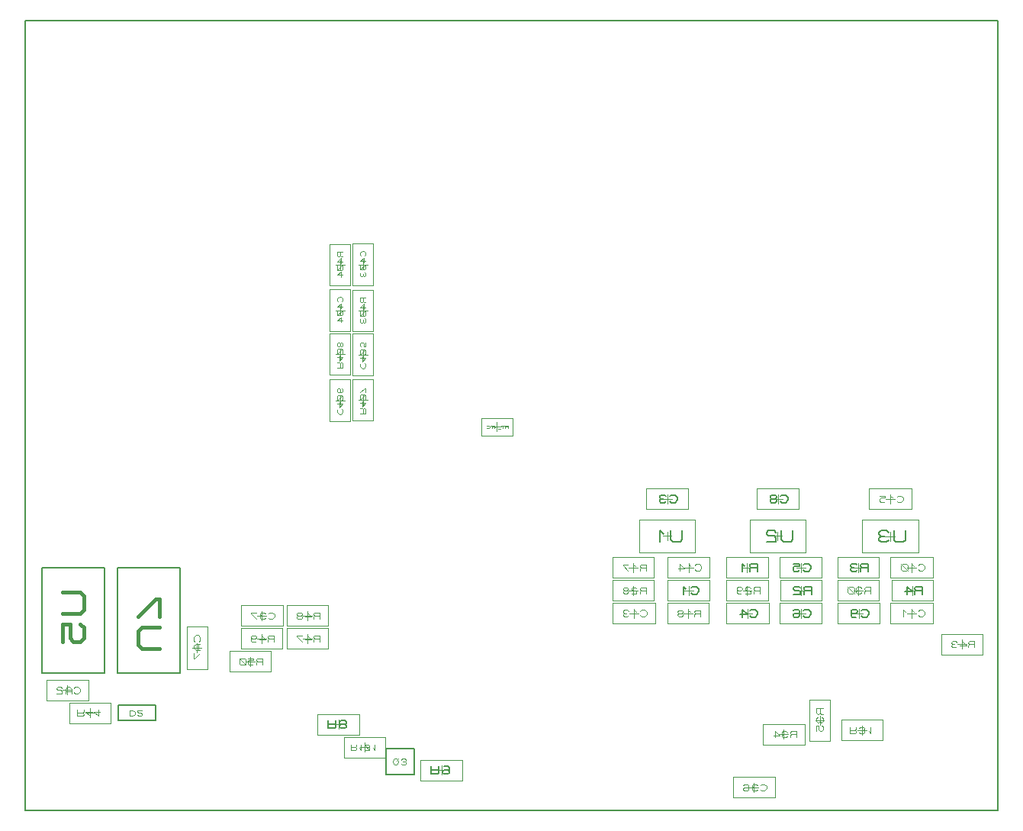
<source format=gbr>
G04 PROTEUS GERBER X2 FILE*
%TF.GenerationSoftware,Labcenter,Proteus,8.7-SP3-Build25561*%
%TF.CreationDate,2021-07-01T20:15:02+00:00*%
%TF.FileFunction,AssemblyDrawing,Bot*%
%TF.FilePolarity,Positive*%
%TF.Part,Single*%
%TF.SameCoordinates,{0ff4b75a-929f-468c-805a-ac40d57636d7}*%
%FSLAX45Y45*%
%MOMM*%
G01*
%TA.AperFunction,Profile*%
%ADD39C,0.203200*%
%TA.AperFunction,Material*%
%ADD114C,0.050000*%
%ADD126C,0.095000*%
%ADD121C,0.093000*%
%ADD43C,0.203200*%
%ADD112C,0.389040*%
%ADD119C,0.118750*%
%ADD139C,0.208330*%
%ADD127C,0.141000*%
%ADD115C,0.116250*%
%ADD140C,0.100580*%
%ADD141C,0.050710*%
%ADD128C,0.103290*%
%TD.AperFunction*%
D39*
X-1079500Y-6413500D02*
X+9715500Y-6413500D01*
X+9715500Y+2349500D01*
X-1079500Y+2349500D01*
X-1079500Y-6413500D01*
D114*
X+2528000Y-631000D02*
X+2528000Y-1101000D01*
X+2298000Y-1101000D01*
X+2298000Y-631000D01*
X+2528000Y-631000D01*
X+2363000Y-866000D02*
X+2463000Y-866000D01*
X+2413000Y-916000D02*
X+2413000Y-816000D01*
D126*
X+2432000Y-771000D02*
X+2441500Y-761500D01*
X+2441500Y-733000D01*
X+2422500Y-714000D01*
X+2403500Y-714000D01*
X+2384500Y-733000D01*
X+2384500Y-761500D01*
X+2394000Y-771000D01*
X+2422500Y-847000D02*
X+2422500Y-790000D01*
X+2384500Y-828000D01*
X+2441500Y-828000D01*
X+2432000Y-866000D02*
X+2394000Y-866000D01*
X+2384500Y-875500D01*
X+2384500Y-913500D01*
X+2394000Y-923000D01*
X+2432000Y-923000D01*
X+2441500Y-913500D01*
X+2441500Y-875500D01*
X+2432000Y-866000D01*
X+2441500Y-866000D02*
X+2384500Y-923000D01*
X+2422500Y-999000D02*
X+2422500Y-942000D01*
X+2384500Y-980000D01*
X+2441500Y-980000D01*
D114*
X+2528000Y-133000D02*
X+2528000Y-593000D01*
X+2298000Y-593000D01*
X+2298000Y-133000D01*
X+2528000Y-133000D01*
X+2363000Y-363000D02*
X+2463000Y-363000D01*
X+2413000Y-413000D02*
X+2413000Y-313000D01*
D121*
X+2440900Y-214200D02*
X+2385100Y-214200D01*
X+2385100Y-260700D01*
X+2394400Y-270000D01*
X+2403700Y-270000D01*
X+2413000Y-260700D01*
X+2413000Y-214200D01*
X+2413000Y-260700D02*
X+2422300Y-270000D01*
X+2440900Y-270000D01*
X+2422300Y-344400D02*
X+2422300Y-288600D01*
X+2385100Y-325800D01*
X+2440900Y-325800D01*
X+2431600Y-363000D02*
X+2394400Y-363000D01*
X+2385100Y-372300D01*
X+2385100Y-409500D01*
X+2394400Y-418800D01*
X+2431600Y-418800D01*
X+2440900Y-409500D01*
X+2440900Y-372300D01*
X+2431600Y-363000D01*
X+2440900Y-363000D02*
X+2385100Y-418800D01*
X+2422300Y-493200D02*
X+2422300Y-437400D01*
X+2385100Y-474600D01*
X+2440900Y-474600D01*
D114*
X+2782000Y-123000D02*
X+2782000Y-593000D01*
X+2552000Y-593000D01*
X+2552000Y-123000D01*
X+2782000Y-123000D01*
X+2617000Y-358000D02*
X+2717000Y-358000D01*
X+2667000Y-408000D02*
X+2667000Y-308000D01*
D126*
X+2686000Y-263000D02*
X+2695500Y-253500D01*
X+2695500Y-225000D01*
X+2676500Y-206000D01*
X+2657500Y-206000D01*
X+2638500Y-225000D01*
X+2638500Y-253500D01*
X+2648000Y-263000D01*
X+2676500Y-339000D02*
X+2676500Y-282000D01*
X+2638500Y-320000D01*
X+2695500Y-320000D01*
X+2686000Y-358000D02*
X+2648000Y-358000D01*
X+2638500Y-367500D01*
X+2638500Y-405500D01*
X+2648000Y-415000D01*
X+2686000Y-415000D01*
X+2695500Y-405500D01*
X+2695500Y-367500D01*
X+2686000Y-358000D01*
X+2695500Y-358000D02*
X+2638500Y-415000D01*
X+2648000Y-443500D02*
X+2638500Y-453000D01*
X+2638500Y-481500D01*
X+2648000Y-491000D01*
X+2657500Y-491000D01*
X+2667000Y-481500D01*
X+2676500Y-491000D01*
X+2686000Y-491000D01*
X+2695500Y-481500D01*
X+2695500Y-453000D01*
X+2686000Y-443500D01*
X+2667000Y-462500D02*
X+2667000Y-481500D01*
D114*
X+2782000Y-641000D02*
X+2782000Y-1101000D01*
X+2552000Y-1101000D01*
X+2552000Y-641000D01*
X+2782000Y-641000D01*
X+2617000Y-871000D02*
X+2717000Y-871000D01*
X+2667000Y-921000D02*
X+2667000Y-821000D01*
D121*
X+2694900Y-722200D02*
X+2639100Y-722200D01*
X+2639100Y-768700D01*
X+2648400Y-778000D01*
X+2657700Y-778000D01*
X+2667000Y-768700D01*
X+2667000Y-722200D01*
X+2667000Y-768700D02*
X+2676300Y-778000D01*
X+2694900Y-778000D01*
X+2676300Y-852400D02*
X+2676300Y-796600D01*
X+2639100Y-833800D01*
X+2694900Y-833800D01*
X+2685600Y-871000D02*
X+2648400Y-871000D01*
X+2639100Y-880300D01*
X+2639100Y-917500D01*
X+2648400Y-926800D01*
X+2685600Y-926800D01*
X+2694900Y-917500D01*
X+2694900Y-880300D01*
X+2685600Y-871000D01*
X+2694900Y-871000D02*
X+2639100Y-926800D01*
X+2648400Y-954700D02*
X+2639100Y-964000D01*
X+2639100Y-991900D01*
X+2648400Y-1001200D01*
X+2657700Y-1001200D01*
X+2667000Y-991900D01*
X+2676300Y-1001200D01*
X+2685600Y-1001200D01*
X+2694900Y-991900D01*
X+2694900Y-964000D01*
X+2685600Y-954700D01*
X+2667000Y-973300D02*
X+2667000Y-991900D01*
D43*
X-895350Y-4889500D02*
X-196850Y-4889500D01*
X-196850Y-3722370D01*
X-895350Y-3722370D01*
X-895350Y-4889500D01*
D112*
X-662813Y-3994701D02*
X-468291Y-3994701D01*
X-429387Y-4033605D01*
X-429387Y-4189222D01*
X-468291Y-4228126D01*
X-662813Y-4228126D01*
X-662813Y-4539360D02*
X-662813Y-4344839D01*
X-585004Y-4344839D01*
X-585004Y-4500456D01*
X-546100Y-4539360D01*
X-468291Y-4539360D01*
X-429387Y-4500456D01*
X-429387Y-4383743D01*
X-468291Y-4344839D01*
D43*
X-57150Y-4889500D02*
X+641350Y-4889500D01*
X+641350Y-3722370D01*
X-57150Y-3722370D01*
X-57150Y-4889500D01*
D112*
X+408813Y-4617169D02*
X+214291Y-4617169D01*
X+175387Y-4578265D01*
X+175387Y-4422648D01*
X+214291Y-4383744D01*
X+408813Y-4383744D01*
X+408813Y-4267031D02*
X+408813Y-4072510D01*
X+369909Y-4072510D01*
X+175387Y-4267031D01*
D114*
X-377000Y-5195000D02*
X-847000Y-5195000D01*
X-847000Y-4965000D01*
X-377000Y-4965000D01*
X-377000Y-5195000D01*
X-612000Y-5030000D02*
X-612000Y-5130000D01*
X-662000Y-5080000D02*
X-562000Y-5080000D01*
D119*
X-540750Y-5103750D02*
X-528875Y-5115625D01*
X-493250Y-5115625D01*
X-469500Y-5091875D01*
X-469500Y-5068125D01*
X-493250Y-5044375D01*
X-528875Y-5044375D01*
X-540750Y-5056250D01*
X-564500Y-5115625D02*
X-564500Y-5068125D01*
X-588250Y-5044375D01*
X-612000Y-5044375D01*
X-635750Y-5068125D01*
X-635750Y-5115625D01*
X-564500Y-5091875D02*
X-635750Y-5091875D01*
X-671375Y-5056250D02*
X-683250Y-5044375D01*
X-718875Y-5044375D01*
X-730750Y-5056250D01*
X-730750Y-5068125D01*
X-718875Y-5080000D01*
X-683250Y-5080000D01*
X-671375Y-5091875D01*
X-671375Y-5115625D01*
X-730750Y-5115625D01*
D114*
X+710500Y-4847500D02*
X+710500Y-4377500D01*
X+940500Y-4377500D01*
X+940500Y-4847500D01*
X+710500Y-4847500D01*
X+875500Y-4612500D02*
X+775500Y-4612500D01*
X+825500Y-4562500D02*
X+825500Y-4662500D01*
D119*
X+849250Y-4541250D02*
X+861125Y-4529375D01*
X+861125Y-4493750D01*
X+837375Y-4470000D01*
X+813625Y-4470000D01*
X+789875Y-4493750D01*
X+789875Y-4529375D01*
X+801750Y-4541250D01*
X+861125Y-4565000D02*
X+813625Y-4565000D01*
X+789875Y-4588750D01*
X+789875Y-4612500D01*
X+813625Y-4636250D01*
X+861125Y-4636250D01*
X+837375Y-4565000D02*
X+837375Y-4636250D01*
X+789875Y-4671875D02*
X+789875Y-4731250D01*
X+801750Y-4731250D01*
X+861125Y-4671875D01*
D114*
X+2782000Y-1121500D02*
X+2782000Y-1591500D01*
X+2552000Y-1591500D01*
X+2552000Y-1121500D01*
X+2782000Y-1121500D01*
X+2617000Y-1356500D02*
X+2717000Y-1356500D01*
X+2667000Y-1406500D02*
X+2667000Y-1306500D01*
D126*
X+2648000Y-1451500D02*
X+2638500Y-1461000D01*
X+2638500Y-1489500D01*
X+2657500Y-1508500D01*
X+2676500Y-1508500D01*
X+2695500Y-1489500D01*
X+2695500Y-1461000D01*
X+2686000Y-1451500D01*
X+2657500Y-1375500D02*
X+2657500Y-1432500D01*
X+2695500Y-1394500D01*
X+2638500Y-1394500D01*
X+2648000Y-1356500D02*
X+2686000Y-1356500D01*
X+2695500Y-1347000D01*
X+2695500Y-1309000D01*
X+2686000Y-1299500D01*
X+2648000Y-1299500D01*
X+2638500Y-1309000D01*
X+2638500Y-1347000D01*
X+2648000Y-1356500D01*
X+2638500Y-1356500D02*
X+2695500Y-1299500D01*
X+2695500Y-1223500D02*
X+2695500Y-1271000D01*
X+2676500Y-1271000D01*
X+2676500Y-1233000D01*
X+2667000Y-1223500D01*
X+2648000Y-1223500D01*
X+2638500Y-1233000D01*
X+2638500Y-1261500D01*
X+2648000Y-1271000D01*
D114*
X+2528000Y-1629500D02*
X+2528000Y-2099500D01*
X+2298000Y-2099500D01*
X+2298000Y-1629500D01*
X+2528000Y-1629500D01*
X+2363000Y-1864500D02*
X+2463000Y-1864500D01*
X+2413000Y-1914500D02*
X+2413000Y-1814500D01*
D126*
X+2394000Y-1959500D02*
X+2384500Y-1969000D01*
X+2384500Y-1997500D01*
X+2403500Y-2016500D01*
X+2422500Y-2016500D01*
X+2441500Y-1997500D01*
X+2441500Y-1969000D01*
X+2432000Y-1959500D01*
X+2403500Y-1883500D02*
X+2403500Y-1940500D01*
X+2441500Y-1902500D01*
X+2384500Y-1902500D01*
X+2394000Y-1864500D02*
X+2432000Y-1864500D01*
X+2441500Y-1855000D01*
X+2441500Y-1817000D01*
X+2432000Y-1807500D01*
X+2394000Y-1807500D01*
X+2384500Y-1817000D01*
X+2384500Y-1855000D01*
X+2394000Y-1864500D01*
X+2384500Y-1864500D02*
X+2441500Y-1807500D01*
X+2432000Y-1731500D02*
X+2441500Y-1741000D01*
X+2441500Y-1769500D01*
X+2432000Y-1779000D01*
X+2394000Y-1779000D01*
X+2384500Y-1769500D01*
X+2384500Y-1741000D01*
X+2394000Y-1731500D01*
X+2403500Y-1731500D01*
X+2413000Y-1741000D01*
X+2413000Y-1779000D01*
D114*
X+2782000Y-1629500D02*
X+2782000Y-2089500D01*
X+2552000Y-2089500D01*
X+2552000Y-1629500D01*
X+2782000Y-1629500D01*
X+2617000Y-1859500D02*
X+2717000Y-1859500D01*
X+2667000Y-1909500D02*
X+2667000Y-1809500D01*
D121*
X+2639100Y-2008300D02*
X+2694900Y-2008300D01*
X+2694900Y-1961800D01*
X+2685600Y-1952500D01*
X+2676300Y-1952500D01*
X+2667000Y-1961800D01*
X+2667000Y-2008300D01*
X+2667000Y-1961800D02*
X+2657700Y-1952500D01*
X+2639100Y-1952500D01*
X+2657700Y-1878100D02*
X+2657700Y-1933900D01*
X+2694900Y-1896700D01*
X+2639100Y-1896700D01*
X+2648400Y-1859500D02*
X+2685600Y-1859500D01*
X+2694900Y-1850200D01*
X+2694900Y-1813000D01*
X+2685600Y-1803700D01*
X+2648400Y-1803700D01*
X+2639100Y-1813000D01*
X+2639100Y-1850200D01*
X+2648400Y-1859500D01*
X+2639100Y-1859500D02*
X+2694900Y-1803700D01*
X+2694900Y-1775800D02*
X+2694900Y-1729300D01*
X+2685600Y-1729300D01*
X+2639100Y-1775800D01*
D114*
X+2528000Y-1121500D02*
X+2528000Y-1581500D01*
X+2298000Y-1581500D01*
X+2298000Y-1121500D01*
X+2528000Y-1121500D01*
X+2363000Y-1351500D02*
X+2463000Y-1351500D01*
X+2413000Y-1401500D02*
X+2413000Y-1301500D01*
D121*
X+2385100Y-1500300D02*
X+2440900Y-1500300D01*
X+2440900Y-1453800D01*
X+2431600Y-1444500D01*
X+2422300Y-1444500D01*
X+2413000Y-1453800D01*
X+2413000Y-1500300D01*
X+2413000Y-1453800D02*
X+2403700Y-1444500D01*
X+2385100Y-1444500D01*
X+2403700Y-1370100D02*
X+2403700Y-1425900D01*
X+2440900Y-1388700D01*
X+2385100Y-1388700D01*
X+2394400Y-1351500D02*
X+2431600Y-1351500D01*
X+2440900Y-1342200D01*
X+2440900Y-1305000D01*
X+2431600Y-1295700D01*
X+2394400Y-1295700D01*
X+2385100Y-1305000D01*
X+2385100Y-1342200D01*
X+2394400Y-1351500D01*
X+2385100Y-1351500D02*
X+2440900Y-1295700D01*
X+2413000Y-1258500D02*
X+2422300Y-1267800D01*
X+2431600Y-1267800D01*
X+2440900Y-1258500D01*
X+2440900Y-1230600D01*
X+2431600Y-1221300D01*
X+2422300Y-1221300D01*
X+2413000Y-1230600D01*
X+2413000Y-1258500D01*
X+2403700Y-1267800D01*
X+2394400Y-1267800D01*
X+2385100Y-1258500D01*
X+2385100Y-1230600D01*
X+2394400Y-1221300D01*
X+2403700Y-1221300D01*
X+2413000Y-1230600D01*
D114*
X+6354000Y-3550902D02*
X+5734000Y-3550902D01*
X+5734000Y-3190902D01*
X+6354000Y-3190902D01*
X+6354000Y-3550902D01*
X+6044000Y-3320902D02*
X+6044000Y-3420902D01*
X+5994000Y-3370902D02*
X+6094000Y-3370902D01*
D139*
X+6210666Y-3308402D02*
X+6210666Y-3412569D01*
X+6189833Y-3433402D01*
X+6106500Y-3433402D01*
X+6085667Y-3412569D01*
X+6085667Y-3308402D01*
X+6002334Y-3350069D02*
X+5960667Y-3308402D01*
X+5960667Y-3433402D01*
D114*
X+7581107Y-3550533D02*
X+6961107Y-3550533D01*
X+6961107Y-3190533D01*
X+7581107Y-3190533D01*
X+7581107Y-3550533D01*
X+7271107Y-3320533D02*
X+7271107Y-3420533D01*
X+7221107Y-3370533D02*
X+7321107Y-3370533D01*
D139*
X+7437773Y-3308033D02*
X+7437773Y-3412200D01*
X+7416940Y-3433033D01*
X+7333607Y-3433033D01*
X+7312774Y-3412200D01*
X+7312774Y-3308033D01*
X+7250274Y-3328866D02*
X+7229441Y-3308033D01*
X+7166941Y-3308033D01*
X+7146108Y-3328866D01*
X+7146108Y-3349700D01*
X+7166941Y-3370533D01*
X+7229441Y-3370533D01*
X+7250274Y-3391366D01*
X+7250274Y-3433033D01*
X+7146108Y-3433033D01*
D114*
X+8830869Y-3552033D02*
X+8210869Y-3552033D01*
X+8210869Y-3192033D01*
X+8830869Y-3192033D01*
X+8830869Y-3552033D01*
X+8520869Y-3322033D02*
X+8520869Y-3422033D01*
X+8470869Y-3372033D02*
X+8570869Y-3372033D01*
D139*
X+8687535Y-3309533D02*
X+8687535Y-3413700D01*
X+8666702Y-3434533D01*
X+8583369Y-3434533D01*
X+8562536Y-3413700D01*
X+8562536Y-3309533D01*
X+8500036Y-3330366D02*
X+8479203Y-3309533D01*
X+8416703Y-3309533D01*
X+8395870Y-3330366D01*
X+8395870Y-3351200D01*
X+8416703Y-3372033D01*
X+8395870Y-3392866D01*
X+8395870Y-3413700D01*
X+8416703Y-3434533D01*
X+8479203Y-3434533D01*
X+8500036Y-3413700D01*
X+8458370Y-3372033D02*
X+8416703Y-3372033D01*
D114*
X+6280500Y-3072402D02*
X+5810500Y-3072402D01*
X+5810500Y-2842402D01*
X+6280500Y-2842402D01*
X+6280500Y-3072402D01*
X+6045500Y-2907402D02*
X+6045500Y-3007402D01*
X+5995500Y-2957402D02*
X+6095500Y-2957402D01*
D127*
X+6073700Y-2985602D02*
X+6087800Y-2999702D01*
X+6130100Y-2999702D01*
X+6158300Y-2971502D01*
X+6158300Y-2943302D01*
X+6130100Y-2915102D01*
X+6087800Y-2915102D01*
X+6073700Y-2929202D01*
X+6031400Y-2929202D02*
X+6017300Y-2915102D01*
X+5975000Y-2915102D01*
X+5960900Y-2929202D01*
X+5960900Y-2943302D01*
X+5975000Y-2957402D01*
X+5960900Y-2971502D01*
X+5960900Y-2985602D01*
X+5975000Y-2999702D01*
X+6017300Y-2999702D01*
X+6031400Y-2985602D01*
X+6003200Y-2957402D02*
X+5975000Y-2957402D01*
D114*
X+7507607Y-3072033D02*
X+7037607Y-3072033D01*
X+7037607Y-2842033D01*
X+7507607Y-2842033D01*
X+7507607Y-3072033D01*
X+7272607Y-2907033D02*
X+7272607Y-3007033D01*
X+7222607Y-2957033D02*
X+7322607Y-2957033D01*
D127*
X+7300807Y-2985233D02*
X+7314907Y-2999333D01*
X+7357207Y-2999333D01*
X+7385407Y-2971133D01*
X+7385407Y-2942933D01*
X+7357207Y-2914733D01*
X+7314907Y-2914733D01*
X+7300807Y-2928833D01*
X+7244407Y-2957033D02*
X+7258507Y-2942933D01*
X+7258507Y-2928833D01*
X+7244407Y-2914733D01*
X+7202107Y-2914733D01*
X+7188007Y-2928833D01*
X+7188007Y-2942933D01*
X+7202107Y-2957033D01*
X+7244407Y-2957033D01*
X+7258507Y-2971133D01*
X+7258507Y-2985233D01*
X+7244407Y-2999333D01*
X+7202107Y-2999333D01*
X+7188007Y-2985233D01*
X+7188007Y-2971133D01*
X+7202107Y-2957033D01*
D114*
X+8757369Y-3073533D02*
X+8287369Y-3073533D01*
X+8287369Y-2843533D01*
X+8757369Y-2843533D01*
X+8757369Y-3073533D01*
X+8522369Y-2908533D02*
X+8522369Y-3008533D01*
X+8472369Y-2958533D02*
X+8572369Y-2958533D01*
D119*
X+8593619Y-2982283D02*
X+8605494Y-2994158D01*
X+8641119Y-2994158D01*
X+8664869Y-2970408D01*
X+8664869Y-2946658D01*
X+8641119Y-2922908D01*
X+8605494Y-2922908D01*
X+8593619Y-2934783D01*
X+8546119Y-2946658D02*
X+8522369Y-2922908D01*
X+8522369Y-2994158D01*
X+8403619Y-2922908D02*
X+8462994Y-2922908D01*
X+8462994Y-2946658D01*
X+8415494Y-2946658D01*
X+8403619Y-2958533D01*
X+8403619Y-2982283D01*
X+8415494Y-2994158D01*
X+8451119Y-2994158D01*
X+8462994Y-2982283D01*
D114*
X+6517000Y-3834402D02*
X+6047000Y-3834402D01*
X+6047000Y-3604402D01*
X+6517000Y-3604402D01*
X+6517000Y-3834402D01*
X+6282000Y-3669402D02*
X+6282000Y-3769402D01*
X+6232000Y-3719402D02*
X+6332000Y-3719402D01*
D119*
X+6353250Y-3743152D02*
X+6365125Y-3755027D01*
X+6400750Y-3755027D01*
X+6424500Y-3731277D01*
X+6424500Y-3707527D01*
X+6400750Y-3683777D01*
X+6365125Y-3683777D01*
X+6353250Y-3695652D01*
X+6305750Y-3707527D02*
X+6282000Y-3683777D01*
X+6282000Y-3755027D01*
X+6163250Y-3731277D02*
X+6234500Y-3731277D01*
X+6187000Y-3683777D01*
X+6187000Y-3755027D01*
D114*
X+7761607Y-3834033D02*
X+7291607Y-3834033D01*
X+7291607Y-3604033D01*
X+7761607Y-3604033D01*
X+7761607Y-3834033D01*
X+7526607Y-3669033D02*
X+7526607Y-3769033D01*
X+7476607Y-3719033D02*
X+7576607Y-3719033D01*
D127*
X+7554807Y-3747233D02*
X+7568907Y-3761333D01*
X+7611207Y-3761333D01*
X+7639407Y-3733133D01*
X+7639407Y-3704933D01*
X+7611207Y-3676733D01*
X+7568907Y-3676733D01*
X+7554807Y-3690833D01*
X+7442007Y-3676733D02*
X+7512507Y-3676733D01*
X+7512507Y-3704933D01*
X+7456107Y-3704933D01*
X+7442007Y-3719033D01*
X+7442007Y-3747233D01*
X+7456107Y-3761333D01*
X+7498407Y-3761333D01*
X+7512507Y-3747233D01*
D114*
X+8993869Y-3834033D02*
X+8523869Y-3834033D01*
X+8523869Y-3604033D01*
X+8993869Y-3604033D01*
X+8993869Y-3834033D01*
X+8758869Y-3669033D02*
X+8758869Y-3769033D01*
X+8708869Y-3719033D02*
X+8808869Y-3719033D01*
D119*
X+8830119Y-3742783D02*
X+8841994Y-3754658D01*
X+8877619Y-3754658D01*
X+8901369Y-3730908D01*
X+8901369Y-3707158D01*
X+8877619Y-3683408D01*
X+8841994Y-3683408D01*
X+8830119Y-3695283D01*
X+8782619Y-3707158D02*
X+8758869Y-3683408D01*
X+8758869Y-3754658D01*
X+8711369Y-3742783D02*
X+8711369Y-3695283D01*
X+8699494Y-3683408D01*
X+8651994Y-3683408D01*
X+8640119Y-3695283D01*
X+8640119Y-3742783D01*
X+8651994Y-3754658D01*
X+8699494Y-3754658D01*
X+8711369Y-3742783D01*
X+8711369Y-3754658D02*
X+8640119Y-3683408D01*
D114*
X+6517000Y-4088402D02*
X+6047000Y-4088402D01*
X+6047000Y-3858402D01*
X+6517000Y-3858402D01*
X+6517000Y-4088402D01*
X+6282000Y-3923402D02*
X+6282000Y-4023402D01*
X+6232000Y-3973402D02*
X+6332000Y-3973402D01*
D127*
X+6310200Y-4001602D02*
X+6324300Y-4015702D01*
X+6366600Y-4015702D01*
X+6394800Y-3987502D01*
X+6394800Y-3959302D01*
X+6366600Y-3931102D01*
X+6324300Y-3931102D01*
X+6310200Y-3945202D01*
X+6253800Y-3959302D02*
X+6225600Y-3931102D01*
X+6225600Y-4015702D01*
D114*
X+5909500Y-4342402D02*
X+5439500Y-4342402D01*
X+5439500Y-4112402D01*
X+5909500Y-4112402D01*
X+5909500Y-4342402D01*
X+5674500Y-4177402D02*
X+5674500Y-4277402D01*
X+5624500Y-4227402D02*
X+5724500Y-4227402D01*
D119*
X+5745750Y-4251152D02*
X+5757625Y-4263027D01*
X+5793250Y-4263027D01*
X+5817000Y-4239277D01*
X+5817000Y-4215527D01*
X+5793250Y-4191777D01*
X+5757625Y-4191777D01*
X+5745750Y-4203652D01*
X+5698250Y-4215527D02*
X+5674500Y-4191777D01*
X+5674500Y-4263027D01*
X+5615125Y-4203652D02*
X+5603250Y-4191777D01*
X+5567625Y-4191777D01*
X+5555750Y-4203652D01*
X+5555750Y-4215527D01*
X+5567625Y-4227402D01*
X+5555750Y-4239277D01*
X+5555750Y-4251152D01*
X+5567625Y-4263027D01*
X+5603250Y-4263027D01*
X+5615125Y-4251152D01*
X+5591375Y-4227402D02*
X+5567625Y-4227402D01*
D114*
X+5439500Y-3604402D02*
X+5899500Y-3604402D01*
X+5899500Y-3834402D01*
X+5439500Y-3834402D01*
X+5439500Y-3604402D01*
X+5669500Y-3769402D02*
X+5669500Y-3669402D01*
X+5719500Y-3719402D02*
X+5619500Y-3719402D01*
D115*
X+5809000Y-3754277D02*
X+5809000Y-3684527D01*
X+5750875Y-3684527D01*
X+5739250Y-3696152D01*
X+5739250Y-3707777D01*
X+5750875Y-3719402D01*
X+5809000Y-3719402D01*
X+5750875Y-3719402D02*
X+5739250Y-3731027D01*
X+5739250Y-3754277D01*
X+5692750Y-3707777D02*
X+5669500Y-3684527D01*
X+5669500Y-3754277D01*
X+5611375Y-3684527D02*
X+5553250Y-3684527D01*
X+5553250Y-3696152D01*
X+5611375Y-3754277D01*
D114*
X+6507000Y-4342402D02*
X+6047000Y-4342402D01*
X+6047000Y-4112402D01*
X+6507000Y-4112402D01*
X+6507000Y-4342402D01*
X+6277000Y-4177402D02*
X+6277000Y-4277402D01*
X+6227000Y-4227402D02*
X+6327000Y-4227402D01*
D115*
X+6416500Y-4262277D02*
X+6416500Y-4192527D01*
X+6358375Y-4192527D01*
X+6346750Y-4204152D01*
X+6346750Y-4215777D01*
X+6358375Y-4227402D01*
X+6416500Y-4227402D01*
X+6358375Y-4227402D02*
X+6346750Y-4239027D01*
X+6346750Y-4262277D01*
X+6300250Y-4215777D02*
X+6277000Y-4192527D01*
X+6277000Y-4262277D01*
X+6207250Y-4227402D02*
X+6218875Y-4215777D01*
X+6218875Y-4204152D01*
X+6207250Y-4192527D01*
X+6172375Y-4192527D01*
X+6160750Y-4204152D01*
X+6160750Y-4215777D01*
X+6172375Y-4227402D01*
X+6207250Y-4227402D01*
X+6218875Y-4239027D01*
X+6218875Y-4250652D01*
X+6207250Y-4262277D01*
X+6172375Y-4262277D01*
X+6160750Y-4250652D01*
X+6160750Y-4239027D01*
X+6172375Y-4227402D01*
D114*
X+5899500Y-4088402D02*
X+5439500Y-4088402D01*
X+5439500Y-3858402D01*
X+5899500Y-3858402D01*
X+5899500Y-4088402D01*
X+5669500Y-3923402D02*
X+5669500Y-4023402D01*
X+5619500Y-3973402D02*
X+5719500Y-3973402D01*
D115*
X+5809000Y-4008277D02*
X+5809000Y-3938527D01*
X+5750875Y-3938527D01*
X+5739250Y-3950152D01*
X+5739250Y-3961777D01*
X+5750875Y-3973402D01*
X+5809000Y-3973402D01*
X+5750875Y-3973402D02*
X+5739250Y-3985027D01*
X+5739250Y-4008277D01*
X+5704375Y-3950152D02*
X+5692750Y-3938527D01*
X+5657875Y-3938527D01*
X+5646250Y-3950152D01*
X+5646250Y-3961777D01*
X+5657875Y-3973402D01*
X+5692750Y-3973402D01*
X+5704375Y-3985027D01*
X+5704375Y-4008277D01*
X+5646250Y-4008277D01*
X+5599750Y-3973402D02*
X+5611375Y-3961777D01*
X+5611375Y-3950152D01*
X+5599750Y-3938527D01*
X+5564875Y-3938527D01*
X+5553250Y-3950152D01*
X+5553250Y-3961777D01*
X+5564875Y-3973402D01*
X+5599750Y-3973402D01*
X+5611375Y-3985027D01*
X+5611375Y-3996652D01*
X+5599750Y-4008277D01*
X+5564875Y-4008277D01*
X+5553250Y-3996652D01*
X+5553250Y-3985027D01*
X+5564875Y-3973402D01*
D114*
X+6702607Y-3604033D02*
X+7162607Y-3604033D01*
X+7162607Y-3834033D01*
X+6702607Y-3834033D01*
X+6702607Y-3604033D01*
X+6932607Y-3769033D02*
X+6932607Y-3669033D01*
X+6982607Y-3719033D02*
X+6882607Y-3719033D01*
D127*
X+7045407Y-3761333D02*
X+7045407Y-3676733D01*
X+6974907Y-3676733D01*
X+6960807Y-3690833D01*
X+6960807Y-3704933D01*
X+6974907Y-3719033D01*
X+7045407Y-3719033D01*
X+6974907Y-3719033D02*
X+6960807Y-3733133D01*
X+6960807Y-3761333D01*
X+6904407Y-3704933D02*
X+6876207Y-3676733D01*
X+6876207Y-3761333D01*
D114*
X+7761607Y-4088033D02*
X+7301607Y-4088033D01*
X+7301607Y-3858033D01*
X+7761607Y-3858033D01*
X+7761607Y-4088033D01*
X+7531607Y-3923033D02*
X+7531607Y-4023033D01*
X+7481607Y-3973033D02*
X+7581607Y-3973033D01*
D127*
X+7644407Y-4015333D02*
X+7644407Y-3930733D01*
X+7573907Y-3930733D01*
X+7559807Y-3944833D01*
X+7559807Y-3958933D01*
X+7573907Y-3973033D01*
X+7644407Y-3973033D01*
X+7573907Y-3973033D02*
X+7559807Y-3987133D01*
X+7559807Y-4015333D01*
X+7517507Y-3944833D02*
X+7503407Y-3930733D01*
X+7461107Y-3930733D01*
X+7447007Y-3944833D01*
X+7447007Y-3958933D01*
X+7461107Y-3973033D01*
X+7503407Y-3973033D01*
X+7517507Y-3987133D01*
X+7517507Y-4015333D01*
X+7447007Y-4015333D01*
D114*
X+7162607Y-4088033D02*
X+6702607Y-4088033D01*
X+6702607Y-3858033D01*
X+7162607Y-3858033D01*
X+7162607Y-4088033D01*
X+6932607Y-3923033D02*
X+6932607Y-4023033D01*
X+6882607Y-3973033D02*
X+6982607Y-3973033D01*
D115*
X+7072107Y-4007908D02*
X+7072107Y-3938158D01*
X+7013982Y-3938158D01*
X+7002357Y-3949783D01*
X+7002357Y-3961408D01*
X+7013982Y-3973033D01*
X+7072107Y-3973033D01*
X+7013982Y-3973033D02*
X+7002357Y-3984658D01*
X+7002357Y-4007908D01*
X+6967482Y-3949783D02*
X+6955857Y-3938158D01*
X+6920982Y-3938158D01*
X+6909357Y-3949783D01*
X+6909357Y-3961408D01*
X+6920982Y-3973033D01*
X+6955857Y-3973033D01*
X+6967482Y-3984658D01*
X+6967482Y-4007908D01*
X+6909357Y-4007908D01*
X+6816357Y-3961408D02*
X+6827982Y-3973033D01*
X+6862857Y-3973033D01*
X+6874482Y-3961408D01*
X+6874482Y-3949783D01*
X+6862857Y-3938158D01*
X+6827982Y-3938158D01*
X+6816357Y-3949783D01*
X+6816357Y-3996283D01*
X+6827982Y-4007908D01*
X+6862857Y-4007908D01*
D114*
X+7934869Y-3604033D02*
X+8394869Y-3604033D01*
X+8394869Y-3834033D01*
X+7934869Y-3834033D01*
X+7934869Y-3604033D01*
X+8164869Y-3769033D02*
X+8164869Y-3669033D01*
X+8214869Y-3719033D02*
X+8114869Y-3719033D01*
D127*
X+8277669Y-3761333D02*
X+8277669Y-3676733D01*
X+8207169Y-3676733D01*
X+8193069Y-3690833D01*
X+8193069Y-3704933D01*
X+8207169Y-3719033D01*
X+8277669Y-3719033D01*
X+8207169Y-3719033D02*
X+8193069Y-3733133D01*
X+8193069Y-3761333D01*
X+8150769Y-3690833D02*
X+8136669Y-3676733D01*
X+8094369Y-3676733D01*
X+8080269Y-3690833D01*
X+8080269Y-3704933D01*
X+8094369Y-3719033D01*
X+8080269Y-3733133D01*
X+8080269Y-3747233D01*
X+8094369Y-3761333D01*
X+8136669Y-3761333D01*
X+8150769Y-3747233D01*
X+8122569Y-3719033D02*
X+8094369Y-3719033D01*
D114*
X+8993869Y-4088033D02*
X+8533869Y-4088033D01*
X+8533869Y-3858033D01*
X+8993869Y-3858033D01*
X+8993869Y-4088033D01*
X+8763869Y-3923033D02*
X+8763869Y-4023033D01*
X+8713869Y-3973033D02*
X+8813869Y-3973033D01*
D127*
X+8876669Y-4015333D02*
X+8876669Y-3930733D01*
X+8806169Y-3930733D01*
X+8792069Y-3944833D01*
X+8792069Y-3958933D01*
X+8806169Y-3973033D01*
X+8876669Y-3973033D01*
X+8806169Y-3973033D02*
X+8792069Y-3987133D01*
X+8792069Y-4015333D01*
X+8679269Y-3987133D02*
X+8763869Y-3987133D01*
X+8707469Y-3930733D01*
X+8707469Y-4015333D01*
D114*
X+8394869Y-4088033D02*
X+7934869Y-4088033D01*
X+7934869Y-3858033D01*
X+8394869Y-3858033D01*
X+8394869Y-4088033D01*
X+8164869Y-3923033D02*
X+8164869Y-4023033D01*
X+8114869Y-3973033D02*
X+8214869Y-3973033D01*
D115*
X+8304369Y-4007908D02*
X+8304369Y-3938158D01*
X+8246244Y-3938158D01*
X+8234619Y-3949783D01*
X+8234619Y-3961408D01*
X+8246244Y-3973033D01*
X+8304369Y-3973033D01*
X+8246244Y-3973033D02*
X+8234619Y-3984658D01*
X+8234619Y-4007908D01*
X+8199744Y-3949783D02*
X+8188119Y-3938158D01*
X+8153244Y-3938158D01*
X+8141619Y-3949783D01*
X+8141619Y-3961408D01*
X+8153244Y-3973033D01*
X+8141619Y-3984658D01*
X+8141619Y-3996283D01*
X+8153244Y-4007908D01*
X+8188119Y-4007908D01*
X+8199744Y-3996283D01*
X+8176494Y-3973033D02*
X+8153244Y-3973033D01*
X+8118369Y-3996283D02*
X+8118369Y-3949783D01*
X+8106744Y-3938158D01*
X+8060244Y-3938158D01*
X+8048619Y-3949783D01*
X+8048619Y-3996283D01*
X+8060244Y-4007908D01*
X+8106744Y-4007908D01*
X+8118369Y-3996283D01*
X+8118369Y-4007908D02*
X+8048619Y-3938158D01*
D114*
X+7172607Y-4342033D02*
X+6702607Y-4342033D01*
X+6702607Y-4112033D01*
X+7172607Y-4112033D01*
X+7172607Y-4342033D01*
X+6937607Y-4177033D02*
X+6937607Y-4277033D01*
X+6887607Y-4227033D02*
X+6987607Y-4227033D01*
D127*
X+6965807Y-4255233D02*
X+6979907Y-4269333D01*
X+7022207Y-4269333D01*
X+7050407Y-4241133D01*
X+7050407Y-4212933D01*
X+7022207Y-4184733D01*
X+6979907Y-4184733D01*
X+6965807Y-4198833D01*
X+6853007Y-4241133D02*
X+6937607Y-4241133D01*
X+6881207Y-4184733D01*
X+6881207Y-4269333D01*
D114*
X+7761607Y-4342033D02*
X+7291607Y-4342033D01*
X+7291607Y-4112033D01*
X+7761607Y-4112033D01*
X+7761607Y-4342033D01*
X+7526607Y-4177033D02*
X+7526607Y-4277033D01*
X+7476607Y-4227033D02*
X+7576607Y-4227033D01*
D127*
X+7554807Y-4255233D02*
X+7568907Y-4269333D01*
X+7611207Y-4269333D01*
X+7639407Y-4241133D01*
X+7639407Y-4212933D01*
X+7611207Y-4184733D01*
X+7568907Y-4184733D01*
X+7554807Y-4198833D01*
X+7442007Y-4198833D02*
X+7456107Y-4184733D01*
X+7498407Y-4184733D01*
X+7512507Y-4198833D01*
X+7512507Y-4255233D01*
X+7498407Y-4269333D01*
X+7456107Y-4269333D01*
X+7442007Y-4255233D01*
X+7442007Y-4241133D01*
X+7456107Y-4227033D01*
X+7512507Y-4227033D01*
D114*
X+8404869Y-4342033D02*
X+7934869Y-4342033D01*
X+7934869Y-4112033D01*
X+8404869Y-4112033D01*
X+8404869Y-4342033D01*
X+8169869Y-4177033D02*
X+8169869Y-4277033D01*
X+8119869Y-4227033D02*
X+8219869Y-4227033D01*
D127*
X+8198069Y-4255233D02*
X+8212169Y-4269333D01*
X+8254469Y-4269333D01*
X+8282669Y-4241133D01*
X+8282669Y-4212933D01*
X+8254469Y-4184733D01*
X+8212169Y-4184733D01*
X+8198069Y-4198833D01*
X+8085269Y-4212933D02*
X+8099369Y-4227033D01*
X+8141669Y-4227033D01*
X+8155769Y-4212933D01*
X+8155769Y-4198833D01*
X+8141669Y-4184733D01*
X+8099369Y-4184733D01*
X+8085269Y-4198833D01*
X+8085269Y-4255233D01*
X+8099369Y-4269333D01*
X+8141669Y-4269333D01*
D114*
X+8993869Y-4342033D02*
X+8523869Y-4342033D01*
X+8523869Y-4112033D01*
X+8993869Y-4112033D01*
X+8993869Y-4342033D01*
X+8758869Y-4177033D02*
X+8758869Y-4277033D01*
X+8708869Y-4227033D02*
X+8808869Y-4227033D01*
D119*
X+8830119Y-4250783D02*
X+8841994Y-4262658D01*
X+8877619Y-4262658D01*
X+8901369Y-4238908D01*
X+8901369Y-4215158D01*
X+8877619Y-4191408D01*
X+8841994Y-4191408D01*
X+8830119Y-4203283D01*
X+8782619Y-4215158D02*
X+8758869Y-4191408D01*
X+8758869Y-4262658D01*
X+8687619Y-4215158D02*
X+8663869Y-4191408D01*
X+8663869Y-4262658D01*
D114*
X+7243000Y-6274500D02*
X+6773000Y-6274500D01*
X+6773000Y-6044500D01*
X+7243000Y-6044500D01*
X+7243000Y-6274500D01*
X+7008000Y-6109500D02*
X+7008000Y-6209500D01*
X+6958000Y-6159500D02*
X+7058000Y-6159500D01*
D119*
X+7079250Y-6183250D02*
X+7091125Y-6195125D01*
X+7126750Y-6195125D01*
X+7150500Y-6171375D01*
X+7150500Y-6147625D01*
X+7126750Y-6123875D01*
X+7091125Y-6123875D01*
X+7079250Y-6135750D01*
X+7043625Y-6135750D02*
X+7031750Y-6123875D01*
X+6996125Y-6123875D01*
X+6984250Y-6135750D01*
X+6984250Y-6147625D01*
X+6996125Y-6159500D01*
X+6984250Y-6171375D01*
X+6984250Y-6183250D01*
X+6996125Y-6195125D01*
X+7031750Y-6195125D01*
X+7043625Y-6183250D01*
X+7019875Y-6159500D02*
X+6996125Y-6159500D01*
X+6889250Y-6135750D02*
X+6901125Y-6123875D01*
X+6936750Y-6123875D01*
X+6948625Y-6135750D01*
X+6948625Y-6183250D01*
X+6936750Y-6195125D01*
X+6901125Y-6195125D01*
X+6889250Y-6183250D01*
X+6889250Y-6171375D01*
X+6901125Y-6159500D01*
X+6948625Y-6159500D01*
D114*
X+1782000Y-4369500D02*
X+1312000Y-4369500D01*
X+1312000Y-4139500D01*
X+1782000Y-4139500D01*
X+1782000Y-4369500D01*
X+1547000Y-4204500D02*
X+1547000Y-4304500D01*
X+1497000Y-4254500D02*
X+1597000Y-4254500D01*
D119*
X+1618250Y-4278250D02*
X+1630125Y-4290125D01*
X+1665750Y-4290125D01*
X+1689500Y-4266375D01*
X+1689500Y-4242625D01*
X+1665750Y-4218875D01*
X+1630125Y-4218875D01*
X+1618250Y-4230750D01*
X+1582625Y-4230750D02*
X+1570750Y-4218875D01*
X+1535125Y-4218875D01*
X+1523250Y-4230750D01*
X+1523250Y-4242625D01*
X+1535125Y-4254500D01*
X+1523250Y-4266375D01*
X+1523250Y-4278250D01*
X+1535125Y-4290125D01*
X+1570750Y-4290125D01*
X+1582625Y-4278250D01*
X+1558875Y-4254500D02*
X+1535125Y-4254500D01*
X+1487625Y-4218875D02*
X+1428250Y-4218875D01*
X+1428250Y-4230750D01*
X+1487625Y-4290125D01*
D43*
X-50800Y-5417820D02*
X+365760Y-5417820D01*
X+365760Y-5250180D01*
X-50800Y-5250180D01*
X-50800Y-5417820D01*
D140*
X+77013Y-5303824D02*
X+77013Y-5364175D01*
X+117246Y-5364175D01*
X+137363Y-5344058D01*
X+137363Y-5323941D01*
X+117246Y-5303824D01*
X+77013Y-5303824D01*
X+167538Y-5354116D02*
X+177596Y-5364175D01*
X+207771Y-5364175D01*
X+217830Y-5354116D01*
X+217830Y-5344058D01*
X+207771Y-5334000D01*
X+177596Y-5334000D01*
X+167538Y-5323941D01*
X+167538Y-5303824D01*
X+217830Y-5303824D01*
D114*
X+7979500Y-5409500D02*
X+8439500Y-5409500D01*
X+8439500Y-5639500D01*
X+7979500Y-5639500D01*
X+7979500Y-5409500D01*
X+8209500Y-5574500D02*
X+8209500Y-5474500D01*
X+8259500Y-5524500D02*
X+8159500Y-5524500D01*
D115*
X+8070000Y-5489625D02*
X+8070000Y-5559375D01*
X+8128125Y-5559375D01*
X+8139750Y-5547750D01*
X+8139750Y-5536125D01*
X+8128125Y-5524500D01*
X+8070000Y-5524500D01*
X+8128125Y-5524500D02*
X+8139750Y-5512875D01*
X+8139750Y-5489625D01*
X+8174625Y-5547750D02*
X+8186250Y-5559375D01*
X+8221125Y-5559375D01*
X+8232750Y-5547750D01*
X+8232750Y-5536125D01*
X+8221125Y-5524500D01*
X+8232750Y-5512875D01*
X+8232750Y-5501250D01*
X+8221125Y-5489625D01*
X+8186250Y-5489625D01*
X+8174625Y-5501250D01*
X+8197875Y-5524500D02*
X+8221125Y-5524500D01*
X+8279250Y-5536125D02*
X+8302500Y-5559375D01*
X+8302500Y-5489625D01*
D114*
X+7108500Y-5455499D02*
X+7568500Y-5455499D01*
X+7568500Y-5685499D01*
X+7108500Y-5685499D01*
X+7108500Y-5455499D01*
X+7338500Y-5620499D02*
X+7338500Y-5520499D01*
X+7388500Y-5570499D02*
X+7288500Y-5570499D01*
D115*
X+7478000Y-5605374D02*
X+7478000Y-5535624D01*
X+7419875Y-5535624D01*
X+7408250Y-5547249D01*
X+7408250Y-5558874D01*
X+7419875Y-5570499D01*
X+7478000Y-5570499D01*
X+7419875Y-5570499D02*
X+7408250Y-5582124D01*
X+7408250Y-5605374D01*
X+7373375Y-5547249D02*
X+7361750Y-5535624D01*
X+7326875Y-5535624D01*
X+7315250Y-5547249D01*
X+7315250Y-5558874D01*
X+7326875Y-5570499D01*
X+7315250Y-5582124D01*
X+7315250Y-5593749D01*
X+7326875Y-5605374D01*
X+7361750Y-5605374D01*
X+7373375Y-5593749D01*
X+7350125Y-5570499D02*
X+7326875Y-5570499D01*
X+7222250Y-5582124D02*
X+7292000Y-5582124D01*
X+7245500Y-5535624D01*
X+7245500Y-5605374D01*
D114*
X+7622500Y-5645500D02*
X+7622500Y-5185500D01*
X+7852500Y-5185500D01*
X+7852500Y-5645500D01*
X+7622500Y-5645500D01*
X+7787500Y-5415500D02*
X+7687500Y-5415500D01*
X+7737500Y-5365500D02*
X+7737500Y-5465500D01*
D115*
X+7772375Y-5276000D02*
X+7702625Y-5276000D01*
X+7702625Y-5334125D01*
X+7714250Y-5345750D01*
X+7725875Y-5345750D01*
X+7737500Y-5334125D01*
X+7737500Y-5276000D01*
X+7737500Y-5334125D02*
X+7749125Y-5345750D01*
X+7772375Y-5345750D01*
X+7714250Y-5380625D02*
X+7702625Y-5392250D01*
X+7702625Y-5427125D01*
X+7714250Y-5438750D01*
X+7725875Y-5438750D01*
X+7737500Y-5427125D01*
X+7749125Y-5438750D01*
X+7760750Y-5438750D01*
X+7772375Y-5427125D01*
X+7772375Y-5392250D01*
X+7760750Y-5380625D01*
X+7737500Y-5403875D02*
X+7737500Y-5427125D01*
X+7702625Y-5531750D02*
X+7702625Y-5473625D01*
X+7725875Y-5473625D01*
X+7725875Y-5520125D01*
X+7737500Y-5531750D01*
X+7760750Y-5531750D01*
X+7772375Y-5520125D01*
X+7772375Y-5485250D01*
X+7760750Y-5473625D01*
D114*
X+9086500Y-4457000D02*
X+9546500Y-4457000D01*
X+9546500Y-4687000D01*
X+9086500Y-4687000D01*
X+9086500Y-4457000D01*
X+9316500Y-4622000D02*
X+9316500Y-4522000D01*
X+9366500Y-4572000D02*
X+9266500Y-4572000D01*
D115*
X+9456000Y-4606875D02*
X+9456000Y-4537125D01*
X+9397875Y-4537125D01*
X+9386250Y-4548750D01*
X+9386250Y-4560375D01*
X+9397875Y-4572000D01*
X+9456000Y-4572000D01*
X+9397875Y-4572000D02*
X+9386250Y-4583625D01*
X+9386250Y-4606875D01*
X+9293250Y-4583625D02*
X+9363000Y-4583625D01*
X+9316500Y-4537125D01*
X+9316500Y-4606875D01*
X+9258375Y-4548750D02*
X+9246750Y-4537125D01*
X+9211875Y-4537125D01*
X+9200250Y-4548750D01*
X+9200250Y-4560375D01*
X+9211875Y-4572000D01*
X+9200250Y-4583625D01*
X+9200250Y-4595250D01*
X+9211875Y-4606875D01*
X+9246750Y-4606875D01*
X+9258375Y-4595250D01*
X+9235125Y-4572000D02*
X+9211875Y-4572000D01*
D114*
X-133000Y-5449000D02*
X-593000Y-5449000D01*
X-593000Y-5219000D01*
X-133000Y-5219000D01*
X-133000Y-5449000D01*
X-363000Y-5284000D02*
X-363000Y-5384000D01*
X-413000Y-5334000D02*
X-313000Y-5334000D01*
D115*
X-502500Y-5299125D02*
X-502500Y-5368875D01*
X-444375Y-5368875D01*
X-432750Y-5357250D01*
X-432750Y-5345625D01*
X-444375Y-5334000D01*
X-502500Y-5334000D01*
X-444375Y-5334000D02*
X-432750Y-5322375D01*
X-432750Y-5299125D01*
X-339750Y-5322375D02*
X-409500Y-5322375D01*
X-363000Y-5368875D01*
X-363000Y-5299125D01*
X-246750Y-5322375D02*
X-316500Y-5322375D01*
X-270000Y-5368875D01*
X-270000Y-5299125D01*
D114*
X+1820000Y-4393500D02*
X+2280000Y-4393500D01*
X+2280000Y-4623500D01*
X+1820000Y-4623500D01*
X+1820000Y-4393500D01*
X+2050000Y-4558500D02*
X+2050000Y-4458500D01*
X+2100000Y-4508500D02*
X+2000000Y-4508500D01*
D115*
X+2189500Y-4543375D02*
X+2189500Y-4473625D01*
X+2131375Y-4473625D01*
X+2119750Y-4485250D01*
X+2119750Y-4496875D01*
X+2131375Y-4508500D01*
X+2189500Y-4508500D01*
X+2131375Y-4508500D02*
X+2119750Y-4520125D01*
X+2119750Y-4543375D01*
X+2026750Y-4520125D02*
X+2096500Y-4520125D01*
X+2050000Y-4473625D01*
X+2050000Y-4543375D01*
X+1991875Y-4473625D02*
X+1933750Y-4473625D01*
X+1933750Y-4485250D01*
X+1991875Y-4543375D01*
D114*
X+1820000Y-4139500D02*
X+2280000Y-4139500D01*
X+2280000Y-4369500D01*
X+1820000Y-4369500D01*
X+1820000Y-4139500D01*
X+2050000Y-4304500D02*
X+2050000Y-4204500D01*
X+2100000Y-4254500D02*
X+2000000Y-4254500D01*
D115*
X+2189500Y-4289375D02*
X+2189500Y-4219625D01*
X+2131375Y-4219625D01*
X+2119750Y-4231250D01*
X+2119750Y-4242875D01*
X+2131375Y-4254500D01*
X+2189500Y-4254500D01*
X+2131375Y-4254500D02*
X+2119750Y-4266125D01*
X+2119750Y-4289375D01*
X+2026750Y-4266125D02*
X+2096500Y-4266125D01*
X+2050000Y-4219625D01*
X+2050000Y-4289375D01*
X+1980250Y-4254500D02*
X+1991875Y-4242875D01*
X+1991875Y-4231250D01*
X+1980250Y-4219625D01*
X+1945375Y-4219625D01*
X+1933750Y-4231250D01*
X+1933750Y-4242875D01*
X+1945375Y-4254500D01*
X+1980250Y-4254500D01*
X+1991875Y-4266125D01*
X+1991875Y-4277750D01*
X+1980250Y-4289375D01*
X+1945375Y-4289375D01*
X+1933750Y-4277750D01*
X+1933750Y-4266125D01*
X+1945375Y-4254500D01*
D114*
X+1312000Y-4393500D02*
X+1772000Y-4393500D01*
X+1772000Y-4623500D01*
X+1312000Y-4623500D01*
X+1312000Y-4393500D01*
X+1542000Y-4558500D02*
X+1542000Y-4458500D01*
X+1592000Y-4508500D02*
X+1492000Y-4508500D01*
D115*
X+1681500Y-4543375D02*
X+1681500Y-4473625D01*
X+1623375Y-4473625D01*
X+1611750Y-4485250D01*
X+1611750Y-4496875D01*
X+1623375Y-4508500D01*
X+1681500Y-4508500D01*
X+1623375Y-4508500D02*
X+1611750Y-4520125D01*
X+1611750Y-4543375D01*
X+1518750Y-4520125D02*
X+1588500Y-4520125D01*
X+1542000Y-4473625D01*
X+1542000Y-4543375D01*
X+1425750Y-4496875D02*
X+1437375Y-4508500D01*
X+1472250Y-4508500D01*
X+1483875Y-4496875D01*
X+1483875Y-4485250D01*
X+1472250Y-4473625D01*
X+1437375Y-4473625D01*
X+1425750Y-4485250D01*
X+1425750Y-4531750D01*
X+1437375Y-4543375D01*
X+1472250Y-4543375D01*
D114*
X+1645000Y-4877500D02*
X+1185000Y-4877500D01*
X+1185000Y-4647500D01*
X+1645000Y-4647500D01*
X+1645000Y-4877500D01*
X+1415000Y-4712500D02*
X+1415000Y-4812500D01*
X+1365000Y-4762500D02*
X+1465000Y-4762500D01*
D115*
X+1554500Y-4797375D02*
X+1554500Y-4727625D01*
X+1496375Y-4727625D01*
X+1484750Y-4739250D01*
X+1484750Y-4750875D01*
X+1496375Y-4762500D01*
X+1554500Y-4762500D01*
X+1496375Y-4762500D02*
X+1484750Y-4774125D01*
X+1484750Y-4797375D01*
X+1391750Y-4727625D02*
X+1449875Y-4727625D01*
X+1449875Y-4750875D01*
X+1403375Y-4750875D01*
X+1391750Y-4762500D01*
X+1391750Y-4785750D01*
X+1403375Y-4797375D01*
X+1438250Y-4797375D01*
X+1449875Y-4785750D01*
X+1368500Y-4785750D02*
X+1368500Y-4739250D01*
X+1356875Y-4727625D01*
X+1310375Y-4727625D01*
X+1298750Y-4739250D01*
X+1298750Y-4785750D01*
X+1310375Y-4797375D01*
X+1356875Y-4797375D01*
X+1368500Y-4785750D01*
X+1368500Y-4797375D02*
X+1298750Y-4727625D01*
D114*
X+3979500Y-2059000D02*
X+4329500Y-2059000D01*
X+4329500Y-2259000D01*
X+3979500Y-2259000D01*
X+3979500Y-2059000D01*
X+4154500Y-2209000D02*
X+4154500Y-2109000D01*
X+4204500Y-2159000D02*
X+4104500Y-2159000D01*
D141*
X+4276213Y-2174215D02*
X+4276213Y-2143786D01*
X+4250857Y-2143786D01*
X+4245785Y-2148858D01*
X+4245785Y-2153929D01*
X+4250857Y-2159000D01*
X+4276213Y-2159000D01*
X+4250857Y-2159000D02*
X+4245785Y-2164072D01*
X+4245785Y-2174215D01*
X+4235642Y-2143786D02*
X+4205214Y-2143786D01*
X+4220428Y-2143786D02*
X+4220428Y-2174215D01*
X+4195071Y-2179286D02*
X+4164643Y-2179286D01*
X+4154500Y-2174215D02*
X+4154500Y-2143786D01*
X+4124072Y-2174215D01*
X+4124072Y-2143786D01*
X+4113929Y-2143786D02*
X+4083501Y-2143786D01*
X+4098715Y-2143786D02*
X+4098715Y-2174215D01*
X+4042930Y-2169143D02*
X+4048002Y-2174215D01*
X+4063216Y-2174215D01*
X+4073358Y-2164072D01*
X+4073358Y-2153929D01*
X+4063216Y-2143786D01*
X+4048002Y-2143786D01*
X+4042930Y-2148858D01*
D114*
X+2625000Y-5576000D02*
X+2165000Y-5576000D01*
X+2165000Y-5346000D01*
X+2625000Y-5346000D01*
X+2625000Y-5576000D01*
X+2395000Y-5411000D02*
X+2395000Y-5511000D01*
X+2345000Y-5461000D02*
X+2445000Y-5461000D01*
D127*
X+2282200Y-5418700D02*
X+2282200Y-5503300D01*
X+2352700Y-5503300D01*
X+2366800Y-5489200D01*
X+2366800Y-5475100D01*
X+2352700Y-5461000D01*
X+2282200Y-5461000D01*
X+2352700Y-5461000D02*
X+2366800Y-5446900D01*
X+2366800Y-5418700D01*
X+2423200Y-5461000D02*
X+2409100Y-5475100D01*
X+2409100Y-5489200D01*
X+2423200Y-5503300D01*
X+2465500Y-5503300D01*
X+2479600Y-5489200D01*
X+2479600Y-5475100D01*
X+2465500Y-5461000D01*
X+2423200Y-5461000D01*
X+2409100Y-5446900D01*
X+2409100Y-5432800D01*
X+2423200Y-5418700D01*
X+2465500Y-5418700D01*
X+2479600Y-5432800D01*
X+2479600Y-5446900D01*
X+2465500Y-5461000D01*
D114*
X+3308000Y-5854000D02*
X+3768000Y-5854000D01*
X+3768000Y-6084000D01*
X+3308000Y-6084000D01*
X+3308000Y-5854000D01*
X+3538000Y-6019000D02*
X+3538000Y-5919000D01*
X+3588000Y-5969000D02*
X+3488000Y-5969000D01*
D127*
X+3425200Y-5926700D02*
X+3425200Y-6011300D01*
X+3495700Y-6011300D01*
X+3509800Y-5997200D01*
X+3509800Y-5983100D01*
X+3495700Y-5969000D01*
X+3425200Y-5969000D01*
X+3495700Y-5969000D02*
X+3509800Y-5954900D01*
X+3509800Y-5926700D01*
X+3622600Y-5983100D02*
X+3608500Y-5969000D01*
X+3566200Y-5969000D01*
X+3552100Y-5983100D01*
X+3552100Y-5997200D01*
X+3566200Y-6011300D01*
X+3608500Y-6011300D01*
X+3622600Y-5997200D01*
X+3622600Y-5940800D01*
X+3608500Y-5926700D01*
X+3566200Y-5926700D01*
D114*
X+2915000Y-5830000D02*
X+2455000Y-5830000D01*
X+2455000Y-5600000D01*
X+2915000Y-5600000D01*
X+2915000Y-5830000D01*
X+2685000Y-5665000D02*
X+2685000Y-5765000D01*
X+2635000Y-5715000D02*
X+2735000Y-5715000D01*
D121*
X+2536200Y-5687100D02*
X+2536200Y-5742900D01*
X+2582700Y-5742900D01*
X+2592000Y-5733600D01*
X+2592000Y-5724300D01*
X+2582700Y-5715000D01*
X+2536200Y-5715000D01*
X+2582700Y-5715000D02*
X+2592000Y-5705700D01*
X+2592000Y-5687100D01*
X+2629200Y-5724300D02*
X+2647800Y-5742900D01*
X+2647800Y-5687100D01*
X+2685000Y-5696400D02*
X+2685000Y-5733600D01*
X+2694300Y-5742900D01*
X+2731500Y-5742900D01*
X+2740800Y-5733600D01*
X+2740800Y-5696400D01*
X+2731500Y-5687100D01*
X+2694300Y-5687100D01*
X+2685000Y-5696400D01*
X+2685000Y-5687100D02*
X+2740800Y-5742900D01*
X+2778000Y-5724300D02*
X+2796600Y-5742900D01*
X+2796600Y-5687100D01*
D43*
X+2926080Y-6019800D02*
X+3235960Y-6019800D01*
X+3235960Y-5727700D01*
X+2926080Y-5727700D01*
X+2926080Y-6019800D01*
D128*
X+2998386Y-5884079D02*
X+3019044Y-5904738D01*
X+3039703Y-5904738D01*
X+3060361Y-5884079D01*
X+3060361Y-5863421D01*
X+3039703Y-5842762D01*
X+3019044Y-5842762D01*
X+2998386Y-5863421D01*
X+2998386Y-5884079D01*
X+3039703Y-5863421D02*
X+3060361Y-5842762D01*
X+3091349Y-5894409D02*
X+3101678Y-5904738D01*
X+3132666Y-5904738D01*
X+3142995Y-5894409D01*
X+3142995Y-5884079D01*
X+3132666Y-5873750D01*
X+3142995Y-5863421D01*
X+3142995Y-5853091D01*
X+3132666Y-5842762D01*
X+3101678Y-5842762D01*
X+3091349Y-5853091D01*
X+3112007Y-5873750D02*
X+3132666Y-5873750D01*
M02*

</source>
